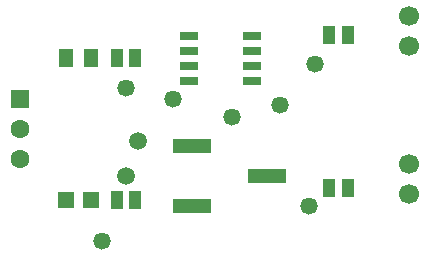
<source format=gts>
G04*
G04 #@! TF.GenerationSoftware,Altium Limited,Altium Designer,25.2.1 (25)*
G04*
G04 Layer_Color=8388736*
%FSLAX42Y42*%
%MOMM*%
G71*
G04*
G04 #@! TF.SameCoordinates,54F93AE9-759C-433E-98B8-B0DEF80D149C*
G04*
G04*
G04 #@! TF.FilePolarity,Negative*
G04*
G01*
G75*
%ADD18R,3.30X1.19*%
G04:AMPARAMS|DCode=22|XSize=1.55mm|YSize=0.6mm|CornerRadius=0.05mm|HoleSize=0mm|Usage=FLASHONLY|Rotation=0.000|XOffset=0mm|YOffset=0mm|HoleType=Round|Shape=RoundedRectangle|*
%AMROUNDEDRECTD22*
21,1,1.55,0.50,0,0,0.0*
21,1,1.45,0.60,0,0,0.0*
1,1,0.10,0.72,-0.25*
1,1,0.10,-0.72,-0.25*
1,1,0.10,-0.72,0.25*
1,1,0.10,0.72,0.25*
%
%ADD22ROUNDEDRECTD22*%
%ADD23R,1.10X1.55*%
%ADD24R,1.40X1.40*%
%ADD25R,1.30X1.50*%
%ADD26C,1.70*%
%ADD27C,1.60*%
%ADD28R,1.60X1.60*%
%ADD29C,1.47*%
%ADD30C,1.50*%
D18*
X8895Y7600D02*
D03*
X8255Y7854D02*
D03*
Y7346D02*
D03*
D22*
X8770Y8790D02*
D03*
Y8664D02*
D03*
Y8536D02*
D03*
Y8410D02*
D03*
X8230D02*
D03*
Y8536D02*
D03*
Y8664D02*
D03*
Y8790D02*
D03*
D23*
X7778Y7400D02*
D03*
X7622D02*
D03*
X7778Y8600D02*
D03*
X7622D02*
D03*
X9422Y7500D02*
D03*
X9578D02*
D03*
X9422Y8800D02*
D03*
X9578D02*
D03*
D24*
X7405Y7400D02*
D03*
X7195D02*
D03*
D25*
X7190Y8600D02*
D03*
X7400D02*
D03*
D26*
X10100Y7446D02*
D03*
Y7700D02*
D03*
Y8954D02*
D03*
Y8700D02*
D03*
D27*
X6800Y7750D02*
D03*
Y8000D02*
D03*
D28*
Y8250D02*
D03*
D29*
X9250Y7350D02*
D03*
X9300Y8550D02*
D03*
X8100Y8250D02*
D03*
X7500Y7050D02*
D03*
X7700Y8350D02*
D03*
X8600Y8100D02*
D03*
X9000Y8200D02*
D03*
D30*
X7700Y7600D02*
D03*
X7800Y7900D02*
D03*
M02*

</source>
